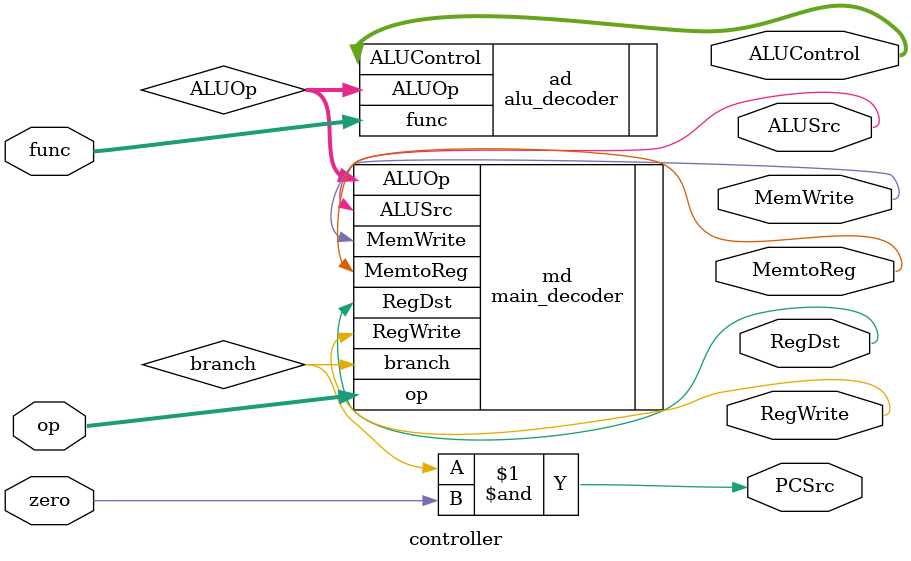
<source format=v>
module controller(input [5:0] op, func, 
                    input zero, 
                    output MemtoReg, MemWrite, ALUSrc, PCSrc, RegDst, RegWrite,
                    output [2:0] ALUControl
                );
            
        wire branch;
        wire [1:0] ALUOp;

    main_decoder md(.op(op), .MemtoReg(MemtoReg), .MemWrite(MemWrite), .ALUSrc(ALUSrc), .branch(branch), .RegDst(RegDst), .RegWrite(RegWrite), .ALUOp(ALUOp));
    alu_decoder ad(.func(func), .ALUOp(ALUOp), .ALUControl(ALUControl));

    assign PCSrc = branch & zero;       // take calculated branch if the instruction is branch instruction and comparison result is zero
endmodule
</source>
